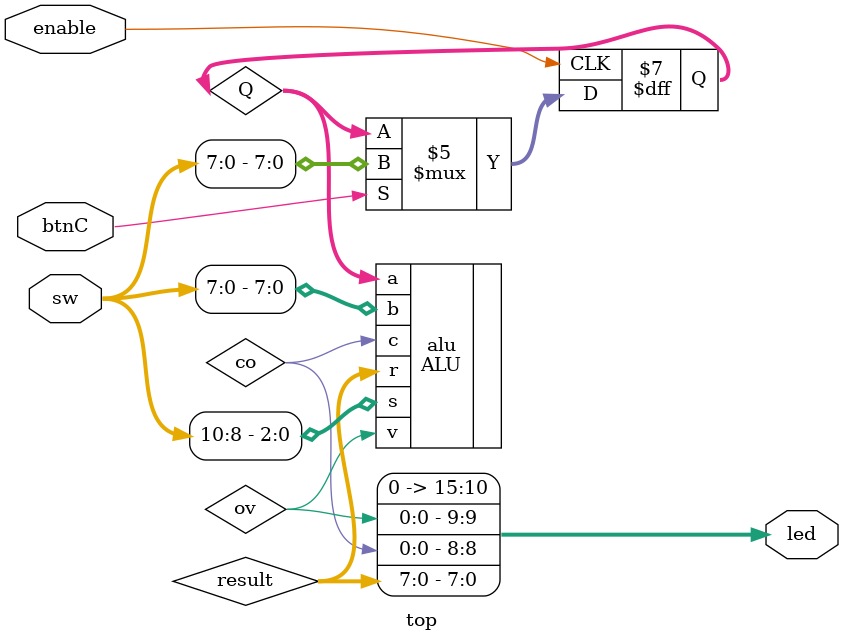
<source format=v>
`timescale 1ns / 1ps



module top(
    input    [15:0] sw,  //operands a,b,s
    input           btnC, // middle button
    input           enable, // middle button
    output   [15:0] led //results c,v
);
// wire enable, D;

reg [7:0] Q, Qbar;

wire [7:0] result;
wire co, ov;
//D Flip Flop
always @(posedge enable)
begin
    if (btnC) begin
        Q <= sw[7:0];
        Qbar <= ~sw[7:0];
    end
end


ALU alu(.a(Q[7:0]),
        .b(sw[7:0]),
        .s(sw[10:8]),
        .r(result[7:0]),
        .c(co),
        .v(ov)
        );

assign led[7:0] = result[7:0];
assign led[8] = co;
assign led[9] = ov;
assign led[10] = 0;
assign led[11] = 0;
assign led[12] = 0;
assign led[13] = 0;
assign led[14] = 0;
assign led[15] = 0;


endmodule

</source>
